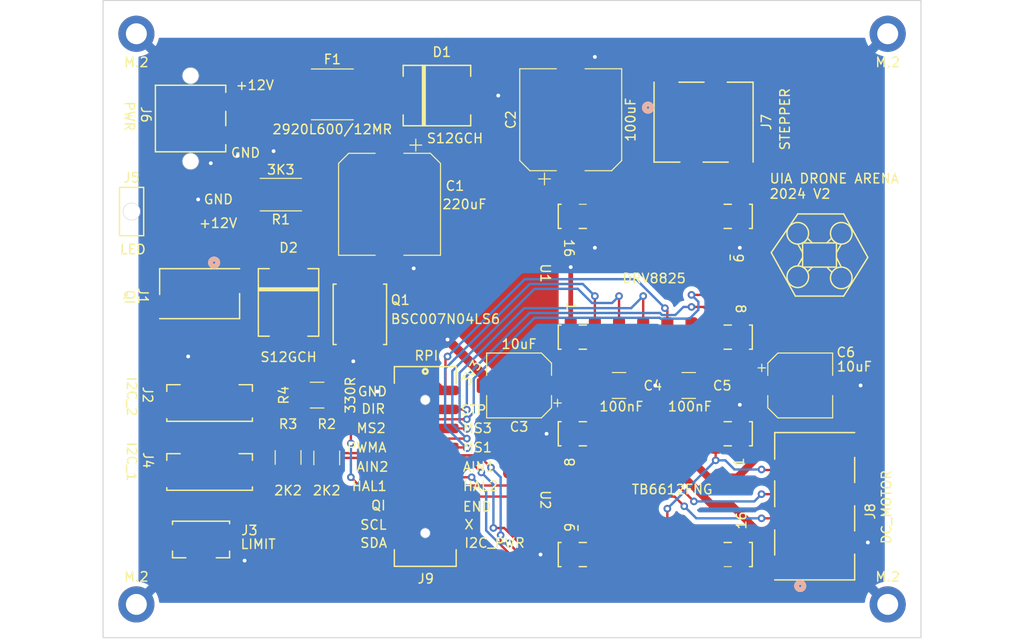
<source format=kicad_pcb>
(kicad_pcb (version 20221018) (generator pcbnew)
  (layers (0 "F.Cu" signal) (31 "B.Cu" signal) (34 "B.Paste" user) (35 "F.Paste" user) (36 "B.SilkS" user "B.Silkscreen") (37 "F.SilkS" user "F.Silkscreen") (38 "B.Mask" user) (39 "F.Mask" user) (44 "Edge.Cuts" user))
  (net 0 "")
  (net 1 "+12V")
  (net 2 "GND")
  (net 3 "+3.3V")
  (net 4 "Net-(J6-VCC)")
  (net 5 "/D")
  (net 6 "/I2C_PWR")
  (net 7 "/SCL")
  (net 8 "/SDA")
  (net 9 "Net-(J3-COM)")
  (net 10 "Net-(J5-pin_1)")
  (net 11 "Net-(J7-Pin_1)")
  (net 12 "Net-(J7-Pin_2)")
  (net 13 "Net-(J7-Pin_3)")
  (net 14 "Net-(J7-Pin_4)")
  (net 15 "Net-(J8-Pin_1)")
  (net 16 "Net-(J8-Pin_3)")
  (net 17 "Net-(J8-Pin_4)")
  (net 18 "Net-(J8-Pin_6)")
  (net 19 "Net-(J9-STEP)")
  (net 20 "Net-(J9-DIR)")
  (net 21 "Net-(J9-MS3)")
  (net 22 "Net-(J9-MS2)")
  (net 23 "Net-(J9-MS1)")
  (net 24 "Net-(J9-PWMA)")
  (net 25 "Net-(J9-AIN1)")
  (net 26 "Net-(J9-AIN2)")
  (net 27 "Net-(J9-QI)")
  (net 28 "/G")
  (footprint "2_bachelors_footprints:led_header_p2.54_2pin" (layer "F.Cu") (at 106.2275 75.6918 90)
    (fp_text reference "J5")
    (fp_text value "~")
    (fp_circle (center 0 1.27) (end 0.9 1.27) (stroke (width 0.05)) (fill none) (layer "Edge.Cuts"))
  )
  (footprint "2_bachelors_footprints:B4B-ZR-SM4-TFT" (layer "F.Cu") (at 115.7 101.25)
    (fp_text reference "J4")
    (fp_text value "~")
  )
  (footprint "Capacitor_SMD:C_1210_3225Metric_Pad1.33x2.70mm_HandSolder" (layer "F.Cu") (at 166.0775 93.98 180)
    (fp_text reference "C5")
    (fp_text value "100nF")
  )
  (footprint "Resistor_SMD:R_1210_3225Metric_Pad1.30x2.65mm_HandSolder" (layer "F.Cu") (at 127 94.996 180)
    (fp_text reference "R4")
    (fp_text value "330R")
  )
  (footprint "MountingHole:MountingHole_2.2mm_M2_DIN965_Pad" (layer "F.Cu") (at 187 57)
    (fp_text reference "M,2")
    (fp_text value "MountingHole_2.2mm_M2_DIN965_Pad")
  )
  (footprint "2_bachelors_footprints:CONN_MOLEX_18p_2.00mm" (layer "F.Cu") (at 138.375 102.5 -90)
    (fp_text reference "J9")
    (fp_text value "~")
    (fp_circle (center -7 0) (end -6.5 0) (stroke (width 0.05)) (fill none) (layer "Edge.Cuts"))
    (fp_circle (center 7 0) (end 7.5 0) (stroke (width 0.05)) (fill none) (layer "Edge.Cuts"))
  )
  (footprint "2_bachelors_footprints:B2B-ZR-SM4-TFT" (layer "F.Cu") (at 114.05 112.1 180)
    (fp_text reference "J3")
    (fp_text value "~")
  )
  (footprint "Capacitor_SMD:CP_Elec_6.3x4.5" (layer "F.Cu") (at 177.8 93.98)
    (fp_text reference "C6")
    (fp_text value "10uF")
  )
  (footprint "Resistor_SMD:R_1210_3225Metric_Pad1.30x2.65mm_HandSolder" (layer "F.Cu") (at 128.016 101.6 -90)
    (fp_text reference "R2")
    (fp_text value "2K2")
  )
  (footprint "2_bachelors_footprints:CONN_MTA_100_6" (layer "F.Cu") (at 180.7845 107.95 -90)
    (fp_text reference "J8")
    (fp_text value "~")
  )
  (footprint "Capacitor_SMD:C_1210_3225Metric_Pad1.33x2.70mm_HandSolder" (layer "F.Cu") (at 158.75 93.98)
    (fp_text reference "C4")
    (fp_text value "100nF")
  )
  (footprint "Capacitor_SMD:CP_Elec_10x10.5" (layer "F.Cu") (at 134.62 74.93 -90)
    (fp_text reference "C1")
    (fp_text value "220uF")
  )
  (footprint "Fuse:Fuse_2920_7451Metric_Pad2.10x5.45mm_HandSolder" (layer "F.Cu") (at 128.605 63.373)
    (fp_text reference "F1")
    (fp_text value "2920L600/12MR\n")
  )
  (footprint "MountingHole:MountingHole_2.2mm_M2_DIN965_Pad" (layer "F.Cu") (at 108 117)
    (fp_text reference "M.2")
    (fp_text value "MountingHole_2.2mm_M2_DIN965_Pad")
  )
  (footprint "2_bachelors_footprints:CONN_MTA_100_4" (layer "F.Cu") (at 163.83 64.77 180)
    (fp_text reference "J7")
    (fp_text value "~")
  )
  (footprint "2_bachelors_footprints:CONN_BREAKOUT_BOARDS" (layer "F.Cu") (at 162.56 111.76 180)
    (fp_text reference "U2")
    (fp_text value "~")
  )
  (footprint "2_bachelors_footprints:S12GCH" (layer "F.Cu") (at 124 85 -90)
    (fp_text reference "D2")
    (fp_text value "S12GCH")
  )
  (footprint "Resistor_SMD:R_2512_6332Metric_Pad1.40x3.35mm_HandSolder" (layer "F.Cu") (at 123.19 73.914 180)
    (fp_text reference "R1")
    (fp_text value "3K3")
  )
  (footprint "2_bachelors_footprints:CONN_BREAKOUT_BOARDS" (layer "F.Cu") (at 162.56 76.2)
    (fp_text reference "U1")
    (fp_text value "~")
  )
  (footprint "MountingHole:MountingHole_2.2mm_M2_DIN965_Pad" (layer "F.Cu") (at 187 117)
    (fp_text reference "M.2")
    (fp_text value "MountingHole_2.2mm_M2_DIN965_Pad")
  )
  (footprint "MountingHole:MountingHole_2.2mm_M2_DIN965_Pad" (layer "F.Cu") (at 108 57)
    (fp_text reference "M.2")
    (fp_text value "MountingHole_2.2mm_M2_DIN965_Pad")
  )
  (footprint "Resistor_SMD:R_1210_3225Metric_Pad1.30x2.65mm_HandSolder" (layer "F.Cu") (at 123.952 101.55 -90)
    (fp_text reference "R3")
    (fp_text value "2K2")
  )
  (footprint "Capacitor_SMD:CP_Elec_6.3x4.5" (layer "F.Cu") (at 148.24 93.98 180)
    (fp_text reference "C3")
    (fp_text value "10uF")
  )
  (footprint "2_bachelors_footprints:PG-TDSON-8-6_INF" (layer "F.Cu") (at 131.5 86.5 90)
    (fp_text reference "Q1")
    (fp_text value "BSC007N04LS6")
  )
  (footprint "2_bachelors_footprints:TERMINAL_BLOCK_5081" (layer "F.Cu") (at 117.4 65.913 -90)
    (fp_text reference "J6")
    (fp_text value "~")
    (fp_circle (center -4.5 3.7) (end -3.65 3.7) (stroke (width 0.05)) (fill none) (layer "Edge.Cuts"))
    (fp_circle (center 4.5 3.7) (end 5.35 3.7) (stroke (width 0.05)) (fill none) (layer "Edge.Cuts"))
  )
  (footprint "2_bachelors_footprints:S12GCH" (layer "F.Cu") (at 139.354 63.5)
    (fp_text reference "D1")
    (fp_text value "S12GCH")
  )
  (footprint "Capacitor_SMD:CP_Elec_10x10.5" (layer "F.Cu") (at 153.67 66.04 90)
    (fp_text reference "C2")
    (fp_text value "100uF")
  )
  (footprint "2_bachelors_footprints:B4B-ZR-SM4-TFT" (layer "F.Cu") (at 115.7 94)
    (fp_text reference "J2")
    (fp_text value "~")
  )
  (footprint "2_bachelors_footprints:CONN_MTA_100_2" (layer "F.Cu") (at 114.554 84.31826 90)
    (fp_text reference "J1")
    (fp_text value "~")
  )
  (gr_line (start 182.372 75.946) (end 184.912 80.518) (stroke (width 0.15)) (layer "F.SilkS"))
  (gr_line (start 184.912 80.518) (end 182.372 84.582) (stroke (width 0.15)) (layer "F.SilkS"))
  (gr_line (start 178.054 80.01) (end 177.546 79.113922) (stroke (width 0.15)) (layer "F.SilkS"))
  (gr_line (start 182.372 84.582) (end 177.292 84.582) (stroke (width 0.15)) (layer "F.SilkS"))
  (gr_line (start 179.07 81.534) (end 178.562 82.042) (stroke (width 0.15)) (layer "F.SilkS"))
  (gr_line (start 177.546 75.946) (end 182.372 75.946) (stroke (width 0.15)) (layer "F.SilkS"))
  (gr_line (start 180.594 81.534) (end 181.102 82.042) (stroke (width 0.15)) (layer "F.SilkS"))
  (gr_circle (center 182.118 77.978) (end 181.61 76.962) (stroke (width 0.15)) (fill none) (layer "F.SilkS"))
  (gr_circle (center 177.546 82.55) (end 178.562 82.042) (stroke (width 0.15)) (fill none) (layer "F.SilkS"))
  (gr_line (start 170.434 80.264) (end 170.434 80.772) (stroke (width 0.15)) (layer "F.SilkS"))
  (gr_line (start 180.594 78.994) (end 181.102 78.486) (stroke (width 0.15)) (layer "F.SilkS"))
  (gr_circle (center 182.118 82.669922) (end 181.61 81.653922) (stroke (width 0.15)) (fill none) (layer "F.SilkS"))
  (gr_line (start 154.432 109.22) (end 154.432 108.712) (stroke (width 0.15)) (layer "F.SilkS"))
  (gr_line (start 182.118 81.534) (end 181.61 80.518) (stroke (width 0.15)) (layer "F.SilkS"))
  (gr_line (start 179.07 78.994) (end 178.562 78.486) (stroke (width 0.15)) (layer "F.SilkS"))
  (gr_line (start 178.054 80.518) (end 177.546 81.414078) (stroke (width 0.15)) (layer "F.SilkS"))
  (gr_line (start 174.752 80.01) (end 177.546 75.946) (stroke (width 0.15)) (layer "F.SilkS"))
  (gr_rect (start 178.054 78.994) (end 181.61 81.534) (stroke (width 0.15)) (fill none) (layer "F.SilkS"))
  (gr_line (start 177.292 84.582) (end 174.752 80.01) (stroke (width 0.15)) (layer "F.SilkS"))
  (gr_line (start 181.61 80.01) (end 182.118 79.113922) (stroke (width 0.15)) (layer "F.SilkS"))
  (gr_circle (center 177.546 77.978) (end 178.562 77.47) (stroke (width 0.15)) (fill none) (layer "F.SilkS"))
  (gr_rect (start 104.5 53.5) (end 190.5 120.5) (stroke (width 0.1)) (fill none) (layer "Edge.Cuts"))
  (gr_text "LED" (at 106.172 80.264) (layer "F.SilkS") (effects (font (size 1 1)) (justify left bottom)))
  (gr_text "8" (at 170.942 85.344 -90) (layer "F.SilkS") (effects (font (size 1 1)) (justify left bottom)))
  (gr_text "UIA DRONE ARENA\n2024 V2" (at 174.498 74.422) (layer "F.SilkS") (effects (font (size 1 1)) (justify left bottom)))
  (gr_text "HAL2" (at 142.24 105.156) (layer "F.SilkS") (effects (font (size 1 1)) (justify left bottom)))
  (gr_text "MS3" (at 142.24 99.06) (layer "F.SilkS") (effects (font (size 1 1)) (justify left bottom)))
  (gr_text "GND" (at 117.856 70.104) (layer "F.SilkS") (effects (font (size 1 1)) (justify left bottom)))
  (gr_text "DIR" (at 131.572 97.028) (layer "F.SilkS") (effects (font (size 1 1)) (justify left bottom)))
  (gr_text "DRV8825" (at 159.004 83.312) (layer "F.SilkS") (effects (font (size 1 1)) (justify left bottom)))
  (gr_text "1" (at 171.958 102.616 90) (layer "F.SilkS") (effects (font (size 1 1)) (justify left bottom)))
  (gr_text "I2C_PWR" (at 142.4 111.125) (layer "F.SilkS") (effects (font (size 1 1)) (justify left bottom)))
  (gr_text "PWR" (at 106.68 64.008 -90) (layer "F.SilkS") (effects (font (size 1 1)) (justify left bottom)))
  (gr_text "LIMIT" (at 118.872 111.252) (layer "F.SilkS") (effects (font (size 1 1)) (justify left bottom)))
  (gr_text "MS1" (at 142.24 101.092) (layer "F.SilkS") (effects (font (size 1 1)) (justify left bottom)))
  (gr_text "RPI" (at 137.16 91.44) (layer "F.SilkS") (effects (font (size 1 1)) (justify left bottom)))
  (gr_text "TB6612FNG" (at 160 105.5) (layer "F.SilkS") (effects (font (size 1 1)) (justify left bottom)))
  (gr_text "STEPPER" (at 176.784 69.342 90) (layer "F.SilkS") (effects (font (size 1 1)) (justify left bottom)))
  (gr_text "AIN1" (at 142.24 103.124) (layer "F.SilkS") (effects (font (size 1 1)) (justify left bottom)))
  (gr_text "GND" (at 115 75) (layer "F.SilkS") (effects (font (size 1 1)) (justify left bottom)))
  (gr_text "16" (at 172.212 109.22 90) (layer "F.SilkS") (effects (font (size 1 1)) (justify left bottom)))
  (gr_text "16" (at 152.908 78.486 -90) (layer "F.SilkS") (effects (font (size 1 1)) (justify left bottom)))
  (gr_text "GND" (at 131.2 95.2) (layer "F.SilkS") (effects (font (size 1 1)) (justify left bottom)))
  (gr_text "I2C_2" (at 106.934 92.964 -90) (layer "F.SilkS") (effects (font (size 1 1)) (justify left bottom)))
  (gr_text "STP" (at 141.986 97.155) (layer "F.SilkS") (effects (font (size 1 1)) (justify left bottom)))
  (gr_text "X" (at 142.4 109.2) (layer "F.SilkS") (effects (font (size 1 1)) (justify left bottom)))
  (gr_text "AIN2" (at 131.064 103.124) (layer "F.SilkS") (effects (font (size 1 1)) (justify left bottom)))
  (gr_text "1" (at 153.162 85.09 -90) (layer "F.SilkS") (effects (font (size 1 1)) (justify left bottom)))
  (gr_text "SCL" (at 131.445 109.22) (layer "F.SilkS") (effects (font (size 1 1)) (justify left bottom)))
  (gr_text "8" (at 154.178 102.616 90) (layer "F.SilkS") (effects (font (size 1 1)) (justify left bottom)))
  (gr_text "QI" (at 106.68 83.82 -90) (layer "F.SilkS") (effects (font (size 1 1)) (justify left bottom)))
  (gr_text "MS2" (at 131.064 99.06) (layer "F.SilkS") (effects (font (size 1 1)) (justify left bottom)))
  (gr_text "9" (at 170.688 80.01 270) (layer "F.SilkS") (effects (font (size 1 1)) (justify left bottom)))
  (gr_text "9" (at 154.178 109.474 90) (layer "F.SilkS") (effects (font (size 1 1)) (justify left bottom)))
  (gr_text "I2C_1" (at 106.934 99.822 -90) (layer "F.SilkS") (effects (font (size 1 1)) (justify left bottom)))
  (gr_text "HAL1" (at 130.556 105.156) (layer "F.SilkS") (effects (font (size 1 1)) (justify left bottom)))
  (gr_text "3V3" (at 143.002 94.234 60) (layer "F.SilkS") (effects (font (size 1 1)) (justify left bottom)))
  (gr_text "SDA" (at 131.445 111.125) (layer "F.SilkS") (effects (font (size 1 1)) (justify left bottom)))
  (gr_text "END" (at 142.24 107.315) (layer "F.SilkS") (effects (font (size 1 1)) (justify left bottom)))
  (gr_text "DC_MOTOR" (at 187.452 110.744 90) (layer "F.SilkS") (effects (font (size 1 1)) (justify left bottom)))
  (gr_text "PWMA" (at 130.048 101.092) (layer "F.SilkS") (effects (font (size 1 1)) (justify left bottom)))
  (gr_text "+12V" (at 118.364 62.992) (layer "F.SilkS") (effects (font (size 1 1)) (justify left bottom)))
  (gr_text "QI" (at 132.588 107.188) (layer "F.SilkS") (effects (font (size 1 1)) (justify left bottom)))
  (gr_text "+12V" (at 114.5 77.5) (layer "F.SilkS") (effects (font (size 1 1)) (justify left bottom)))
  (segment (start 148.4 92.964) (end 148.4 94.996) (width 1) (layer "F.Cu") (net 1))
  (segment (start 156.972 96.266) (end 157.1875 96.0505) (width 1.2) (layer "F.Cu") (net 1))
  (segment (start 117.05548 83.09652) (end 119.38 80.772) (width 1) (layer "F.Cu") (net 1))
  (segment (start 156.845 96.393) (end 157.1875 96.0505) (width 1.2) (layer "F.Cu") (net 1))
  (segment (start 116 83) (end 118.402 83) (width 0.25) (layer "F.Cu") (net 1))
  (segment (start 132.08 63.373) (end 135.925 63.373) (width 1) (layer "F.Cu") (net 1))
  (segment (start 157.1875 93.98) (end 157.1875 92.4175) (width 1) (layer "F.Cu") (net 1))
  (segment (start 153.67 76.2) (end 151.13 78.74) (width 1) (layer "F.Cu") (net 1))
  (segment (start 157.1875 96.0505) (end 157.1875 93.98) (width 1) (layer "F.Cu") (net 1))
  (segment (start 156.21 99.06) (end 156.21 97.028) (width 1) (layer "F.Cu") (net 1))
  (segment (start 156.21 97.028) (end 155.448 96.266) (width 1.2) (layer "F.Cu") (net 1))
  (segment (start 157.1875 92.4175) (end 156.845 92.075) (width 1) (layer "F.Cu") (net 1))
  (segment (start 156.845 92.075) (end 155.575 92.075) (width 1) (layer "F.Cu") (net 1))
  (segment (start 135.925 63.373) (end 136.052 63.5) (width 0.25) (layer "F.Cu") (net 1))
  (segment (start 124 81.698) (end 126.746 81.698) (width 1) (layer "F.Cu") (net 1))
  (segment (start 153.67 76.2) (end 153.67 70.24) (width 1) (layer "F.Cu") (net 1))
  (segment (start 156.21 99.06) (end 156.21 101.854) (width 1) (layer "F.Cu") (net 1))
  (segment (start 155.448 96.266) (end 156.972 96.266) (width 1.2) (layer "F.Cu") (net 1))
  (segment (start 150.94 93.98) (end 148.4 93.98) (width 1) (layer "F.Cu") (net 1))
  (segment (start 116 83) (end 117.856 83) (width 0.25) (layer "F.Cu") (net 1))
  (segment (start 148.4 92.456) (end 148.4 93.98) (width 1) (layer "F.Cu") (net 1))
  (segment (start 156.21 97.028) (end 156.845 96.393) (width 1.2) (layer "F.Cu") (net 1))
  (segment (start 153.67 99.06) (end 151.13 99.06) (width 0.25) (layer "F.Cu") (net 2))
  (segment (start 115.824 68.326) (end 116.487 67.663) (width 1.5) (layer "F.Cu") (net 2))
  (segment (start 118.65 67.663) (end 118.65 69.818) (width 1.5) (layer "F.Cu") (net 2))
  (segment (start 118.65 67.663) (end 120.749 67.663) (width 0.25) (layer "F.Cu") (net 2))
  (segment (start 130.81 89.467501) (end 130.865 89.522501) (width 0.25) (layer "F.Cu") (net 2))
  (segment (start 129.595 90.225) (end 130.81 91.44) (width 0.85) (layer "F.Cu") (net 2))
  (segment (start 132.135 89.412501) (end 132.135 90.115) (width 0.85) (layer "F.Cu") (net 2))
  (segment (start 153.67 111.76) (end 150.495 111.76) (width 0.25) (layer "F.Cu") (net 2))
  (segment (start 153.67 88.9) (end 153.67 81.534) (width 0.5) (layer "F.Cu") (net 2))
  (segment (start 153.806 61.84) (end 153.67 61.84) (width 1) (layer "F.Cu") (net 2))
  (segment (start 144.46 93.538) (end 144.018 93.98) (width 0.25) (layer "F.Cu") (net 2))
  (segment (start 129.595 89.412501) (end 129.595 90.225) (width 0.85) (layer "F.Cu") (net 2))
  (segment (start 171.45 76.2) (end 171.45 79.502) (width 0.6) (layer "F.Cu") (net 2))
  (segment (start 144.018 93.98) (end 144.46 93.98) (width 0.25) (layer "F.Cu") (net 2))
  (segment (start 164.515 93.98) (end 162.56 93.98) (width 0.25) (layer "F.Cu") (net 2))
  (segment (start 142.952 63.5) (end 146.05 63.5) (width 1) (layer "F.Cu") (net 2))
  (segment (start 115.845 112.395) (end 115.55 112.1) (width 0.25) (layer "F.Cu") (net 2))
  (segment (start 134.738 79.248) (end 134.62 79.248) (width 1) (layer "F.Cu") (net 2))
  (segment (start 115.824 70.612) (end 115.824 68.326) (width 1.5) (layer "F.Cu") (net 2))
  (segment (start 130.865 91.385) (end 130.81 91.44) (width 0.25) (layer "F.Cu") (net 2))
  (segment (start 122.428 69.342) (end 120.749 67.663) (width 1.5) (layer "F.Cu") (net 2))
  (segment (start 180.5 93.98) (end 184.15 93.98) (width 0.25) (layer "F.Cu") (net 2))
  (segment (start 171.45 99.06) (end 171.45 96.012) (width 0.25) (layer "F.Cu") (net 2))
  (segment (start 160.3125 93.98) (end 162.56 93.98) (width 1) (layer "F.Cu") (net 2))
  (segment (start 133.465 94.5) (end 133.35 94.615) (width 0.25) (layer "F.Cu") (net 2))
  (segment (start 116.487 67.663) (end 118.65 67.663) (width 0.25) (layer "F.Cu") (net 2))
  (segment (start 134.62 79.248) (end 134.62 79.13) (width 0.25) (layer "F.Cu") (net 2))
  (segment (start 114.5 74.4218) (end 112.2975 74.4218) (width 0.8) (layer "F.Cu") (net 2))
  (segment (start 137.16 81.67) (end 134.738 79.248) (width 1) (layer "F.Cu") (net 2))
  (segment (start 130.865 89.522501) (end 130.865 91.385) (width 0.85) (layer "F.Cu") (net 2))
  (segment (start 132.135 90.115) (end 130.865 91.385) (width 0.85) (layer "F.Cu") (net 2))
  (segment (start 119.38 112.395) (end 115.845 112.395) (width 0.25) (layer "F.Cu") (net 2))
  (segment (start 113.45 90.932) (end 113.45 93.9) (width 0.25) (layer "F.Cu") (net 2))
  (segment (start 113.45 93.9) (end 113.45 101.15) (width 0.25) (layer "F.Cu") (net 2))
  (segment (start 156.21 59.436) (end 153.806 61.84) (width 1) (layer "F.Cu") (net 2))
  (segment (start 180.839999 110.49) (end 184.912 110.49) (width 0.25) (layer "F.Cu") (net 2))
  (segment (start 156.21 76.2) (end 156.21 79.502) (width 0.6) (layer "F.Cu") (net 2))
  (segment (start 136.25 94.5) (end 133.465 94.5) (width 0.25) (layer "F.Cu") (net 2))
  (segment (start 140.716 89.154) (end 145.54 93.978) (width 1) (layer "F.Cu") (net 2))
  (via (at 184.912 110.49) (size 0.8) (drill 0.4) (layers "F.Cu" "B.Cu") (net 2))
  (via (at 171.45 79.502) (size 0.8) (drill 0.4) (layers "F.Cu" "B.Cu") (net 2))
  (via (at 150.495 111.76) (size 0.8) (drill 0.4) (layers "F.Cu" "B.Cu") (net 2))
  (via (at 114.5 74.4218) (size 0.8) (drill 0.4) (layers "F.Cu" "B.Cu") (net 2))
  (via (at 153.67 81.534) (size 0.8) (drill 0.4) (layers "F.Cu" "B.Cu") (net 2))
  (via (at 133.35 94.615) (size 0.8) (drill 0.4) (layers "F.Cu" "B.Cu") (net 2))
  (via (at 146.05 63.5) (size 0.8) (drill 0.4) (layers "F.Cu" "B.Cu") (net 2))
  (via (at 118.65 69.818) (size 0.8) (drill 0.4) (layers "F.Cu" "B.Cu") (net 2))
  (via (at 171.45 96.012) (size 0.8) (drill 0.4) (layers "F.Cu" "B.Cu") (net 2))
  (via (at 140.716 89.154) (size 0.8) (drill 0.4) (layers "F.Cu" "B.Cu") (net 2))
  (via (at 115.824 70.612) (size 0.8) (drill 0.4) (layers "F.Cu" "B.Cu") (net 2))
  (via (at 156.21 59.436) (size 0.8) (drill 0.4) (layers "F.Cu" "B.Cu") (net 2))
  (via (at 156.21 79.502) (size 0.8) (drill 0.4) (layers "F.Cu" "B.Cu") (net 2))
  (via (at 184.15 93.98) (size 0.8) (drill 0.4) (layers "F.Cu" "B.Cu") (net 2))
  (via (at 122.428 69.342) (size 0.8) (drill 0.4) (layers "F.Cu" "B.Cu") (net 2))
  (via (at 162.56 93.98) (size 0.8) (drill 0.4) (layers "F.Cu" "B.Cu") (net 2))
  (via (at 151.13 99.06) (size 0.8) (drill 0.4) (layers "F.Cu" "B.Cu") (net 2))
  (via (at 137.16 81.67) (size 0.8) (drill 0.4) (layers "F.Cu" "B.Cu") (net 2))
  (via (at 119.38 112.395) (size 0.8) (drill 0.4) (layers "F.Cu" "B.Cu") (net 2))
  (via (at 130.81 91.44) (size 0.8) (drill 0.4) (layers "F.Cu" "B.Cu") (net 2))
  (via (at 113.45 90.932) (size 0.8) (drill 0.4) (layers "F.Cu" "B.Cu") (net 2))
  (segment (start 108 57) (end 110 59) (width 1) (layer "B.Cu") (net 2))
  (segment (start 187 57) (end 184 60) (width 1) (layer "B.Cu") (net 2))
  (segment (start 187 117) (end 185 115) (width 1) (layer "B.Cu") (net 2))
  (segment (start 108 117) (end 110 115) (width 1) (layer "B.Cu") (net 2))
  (segment (start 168.91 99.06) (end 168.91 97.282) (width 0.25) (layer "F.Cu") (net 3))
  (segment (start 123.952 100) (end 127.966 100) (width 0.25) (layer "F.Cu") (net 3))
  (segment (start 173.790893 102.87) (end 177.8 102.87) (width 0.25) (layer "F.Cu") (net 3))
  (segment (start 163.83 111.76) (end 163.83 106.934) (width 0.25) (layer "F.Cu") (net 3))
  (segment (start 168.91 101.854) (end 168.91 99.06) (width 0.25) (layer "F.Cu") (net 3))
  (segment (start 139.472 93.472) (end 140.5 94.5) (width 0.25) (layer "F.Cu") (net 3))
  (segment (start 128.016 100.05) (end 129.058 101.092) (width 0.25) (layer "F.Cu") (net 3))
  (segment (start 134.112 96.402305) (end 132.588 94.878305) (width 0.25) (layer "F.Cu") (net 3))
  (segment (start 166.37 91.186) (end 167.64 92.456) (width 0.25) (layer "F.Cu") (net 3))
  (segment (start 133.4629 101.092) (end 134.112 100.4429) (width 0.25) (layer "F.Cu") (net 3))
  (segment (start 132.588 94.878305) (end 132.588 94.351695) (width 0.25) (layer "F.Cu") (net 3))
  (segment (start 168.91 97.282) (end 172.212 93.98) (width 0.25) (layer "F.Cu") (net 3))
  (segment (start 129.058 101.092) (end 133.4629 101.092) (width 0.25) (layer "F.Cu") (net 3))
  (segment (start 168.91 99.06) (end 168.91 95.25) (width 0.25) (layer "F.Cu") (net 3))
  (segment (start 127.966 100) (end 128.016 100.05) (width 0.25) (layer "F.Cu") (net 3))
  (segment (start 166.37 88.9) (end 166.37 91.186) (width 0.25) (layer "F.Cu") (net 3))
  (segment (start 163.83 88.9) (end 166.37 88.9) (width 0.25) (layer "F.Cu") (net 3))
  (segment (start 163.83 86.106) (end 163.83 88.9) (width 0.25) (layer "F.Cu") (net 3))
  (segment (start 173.736 102.815107) (end 173.790893 102.87) (width 0.25) (layer "F.Cu") (net 3))
  (segment (start 134.112 100.4429) (end 134.112 96.402305) (width 0.25) (layer "F.Cu") (net 3))
  (segment (start 167.64 92.456) (end 167.64 93.98) (width 0.25) (layer "F.Cu") (net 3))
  (segment (start 132.588 94.351695) (end 133.467695 93.472) (width 0.25) (layer "F.Cu") (net 3))
  (segment (start 168.91 95.25) (end 167.64 93.98) (width 0.25) (layer "F.Cu") (net 3))
  (segment (start 140.5 94.5) (end 140.5 91.148) (width 0.25) (layer "F.Cu") (net 3))
  (segment (start 140.5 91.148) (end 140.716 90.932) (width 0.25) (layer "F.Cu") (net 3))
  (segment (start 172.212 93.98) (end 175.1 93.98) (width 0.25) (layer "F.Cu") (net 3))
  (segment (start 133.467695 93.472) (end 139.472 93.472) (width 0.25) (layer "F.Cu") (net 3))
  (segment (start 163.576 85.852) (end 163.83 86.106) (width 0.25) (layer "F.Cu") (net 3))
  (via (at 173.736 102.815107) (size 0.8) (drill 0.4) (layers "F.Cu" "B.Cu") (net 3))
  (via (at 140.716 90.932) (size 0.8) (drill 0.4) (layers "F.Cu" "B.Cu") (net 3))
  (via (at 168.91 101.854) (size 0.8) (drill 0.4) (layers "F.Cu" "B.Cu") (net 3))
  (via (at 163.576 85.852) (size 0.8) (drill 0.4) (layers "F.Cu" "B.Cu") (net 3))
  (via (at 163.83 106.934) (size 0.8) (drill 0.4) (layers "F.Cu" "B.Cu") (net 3))
  (segment (start 163.576 85.842695) (end 160.537305 82.804) (width 0.25) (layer "B.Cu") (net 3))
  (segment (start 173.736 102.815107) (end 170.887107 102.815107) (width 0.25) (layer "B.Cu") (net 3))
  (segment (start 168.91 101.854) (end 163.83 106.934) (width 0.25) (layer "B.Cu") (net 3))
  (segment (start 163.576 85.852) (end 163.576 85.842695) (width 0.25) (layer "B.Cu") (net 3))
  (segment (start 160.537305 82.804) (end 148.844 82.804) (width 0.25) (layer "B.Cu") (net 3))
  (segment (start 148.844 82.804) (end 140.716 90.932) (width 0.25) (layer "B.Cu") (net 3))
  (segment (start 169.926 101.854) (end 168.91 101.854) (width 0.25) (layer "B.Cu") (net 3))
  (segment (start 170.887107 102.815107) (end 169.926 101.854) (width 0.25) (layer "B.Cu") (net 3))
  (segment (start 118.65 64.163) (end 122.273 64.163) (width 1.5) (layer "F.Cu") (net 4))
  (segment (start 118.65 64.163) (end 120.527 66.04) (width 1.25) (layer "F.Cu") (net 4))
  (segment (start 120.527 66.04) (end 121.92 66.04) (width 1.25) (layer "F.Cu") (net 4))
  (segment (start 116.773 66.04) (end 115.316 66.04) (width 1.25) (layer "F.Cu") (net 4))
  (segment (start 122.273 64.163) (end 123.063 63.373) (width 1.25) (layer "F.Cu") (net 4))
  (segment (start 123.063 63.373) (end 125.13 63.373) (width 1.5) (layer "F.Cu") (net 4))
  (segment (start 118.65 64.163) (end 116.773 66.04) (width 1.25) (layer "F.Cu") (net 4))
  (segment (start 110.744 86.36) (end 110.744 88.138) (width 0.85) (layer "F.Cu") (net 5))
  (segment (start 131.5 85.873506) (end 131.042494 85.873506) (width 0.25) (layer "F.Cu") (net 5))
  (segment (start 111.46748 85.63652) (end 110.744 86.36) (width 1) (layer "F.Cu") (net 5))
  (segment (start 131.042494 85.873506) (end 128.27 88.646) (width 0.85) (layer "F.Cu") (net 5))
  (segment (start 129.595 83.587499) (end 129.595 82.351) (width 0.25) (layer "F.Cu") (net 5))
  (segment (start 113.1336 85.63652) (end 111.46748 85.63652) (width 0.25) (layer "F.Cu") (net 5))
  (segment (start 133.405 83.587499) (end 133.405 82.351) (width 0.25) (layer "F.Cu") (net 5))
  (segment (start 132.135 83.587499) (end 132.135 82.351) (width 0.25) (layer "F.Cu") (net 5))
  (segment (start 130.865 83.587499) (end 130.865 82.351) (width 0.25) (layer "F.Cu") (net 5))
  (segment (start 131.593506 85.873506) (end 134.874 89.154) (width 0.85) (layer "F.Cu") (net 5))
  (segment (start 131.5 85.873506) (end 131.593506 85.873506) (width 0.25) (layer "F.Cu") (net 5))
  (segment (start 133.65 104.9451) (end 133.65 102.4049) (width 0.25) (layer "F.Cu") (net 6))
  (segment (start 138.176 106.77955) (end 138.176 105.664) (width 0.25) (layer "F.Cu") (net 6))
  (segment (start 132.8451 101.6) (end 118.4 101.6) (width 0.25) (layer "F.Cu") (net 6))
  (segment (start 140.5 110.5) (end 141.875 110.5) (width 0.25) (layer "F.Cu") (net 6))
  (segment (start 142.24 108.0449) (end 141.5201 107.325) (width 0.25) (layer "F.Cu") (net 6))
  (segment (start 137.837 105.325) (end 134.0299 105.325) (width 0.25) (layer "F.Cu") (net 6))
  (segment (start 138.72145 107.325) (end 138.176 106.77955) (width 0.25) (layer "F.Cu") (net 6))
  (segment (start 134.0299 105.325) (end 133.65 104.9451) (width 0.25) (layer "F.Cu") (net 6))
  (segment (start 117.95 93.9) (end 117.95 101.15) (width 0.25) (layer "F.Cu") (net 6))
  (segment (start 142.24 110.135) (end 142.24 108.0449) (width 0.25) (layer "F.Cu") (net 6))
  (segment (start 138.176 105.664) (end 137.837 105.325) (width 0.25) (layer "F.Cu") (net 6))
  (segment (start 141.875 110.5) (end 142.24 110.135) (width 0.25) (layer "F.Cu") (net 6))
  (segment (start 118.4 101.6) (end 117.95 101.15) (width 0.25) (layer "F.Cu") (net 6))
  (segment (start 141.5201 107.325) (end 138.72145 107.325) (width 0.25) (layer "F.Cu") (net 6))
  (segment (start 133.65 102.4049) (end 132.8451 101.6) (width 0.25) (layer "F.Cu") (net 6))
  (segment (start 120.745975 104.725) (end 121.838975 103.632) (width 0.25) (layer "F.Cu") (net 7))
  (segment (start 122.6489 102.108) (end 126.974 102.108) (width 0.25) (layer "F.Cu") (net 7))
  (segment (start 121.838975 103.632) (end 121.838975 102.917925) (width 0.25) (layer "F.Cu") (net 7))
  (segment (start 118.441 104.725) (end 120.745975 104.725) (width 0.25) (layer "F.Cu") (net 7))
  (segment (start 121.838975 102.917925) (end 122.6489 102.108) (width 0.25) (layer "F.Cu") (net 7))
  (segment (start 116.45 101.15) (end 116.45 102.734) (width 0.25) (layer "F.Cu") (net 7))
  (segment (start 136.25 108.5) (end 133.366 108.5) (width 0.25) (layer "F.Cu") (net 7))
  (segment (start 126.974 102.108) (end 128.016 103.15) (width 0.25) (layer "F.Cu") (net 7))
  (segment (start 116.45 101.15) (end 116.45 93.9) (width 0.25) (layer "F.Cu") (net 7))
  (segment (start 133.366 108.5) (end 128.016 103.15) (width 0.25) (layer "F.Cu") (net 7))
  (segment (start 116.45 102.734) (end 118.441 104.725) (width 0.25) (layer "F.Cu") (net 7))
  (segment (start 123.952 103.1) (end 123.952 103.149159) (width 0.25) (layer "F.Cu") (net 8))
  (segment (start 117.614 105.664) (end 114.95 103) (width 0.25) (layer "F.Cu") (net 8))
  (segment (start 114.95 93.9) (end 114.95 101.15) (width 0.25) (layer "F.Cu") (net 8))
  (segment (start 131.352 110.5) (end 123.952 103.1) (width 0.25) (layer "F.Cu") (net 8))
  (segment (start 123.952 103.149159) (end 121.437159 105.664) (width 0.25) (layer "F.Cu") (net 8))
  (segment (start 136.25 110.5) (end 131.352 110.5) (width 0.25) (layer "F.Cu") (net 8))
  (segment (start 121.437159 105.664) (end 117.614 105.664) (width 0.25) (layer "F.Cu") (net 8))
  (segment (start 114.95 103) (end 114.95 101.15) (width 0.25) (layer "F.Cu") (net 8))
  (segment (start 140.5 106.5) (end 141.875 106.5) (width 0.25) (layer "F.Cu") (net 9))
  (segment (start 115.163044 114.275) (end 114.05 113.161956) (width 0.25) (layer "F.Cu") (net 9))
  (segment (start 141.875 106.5) (end 142.748 107.373) (width 0.25) (layer "F.Cu") (net 9))
  (segment (start 142.748 110.744) (end 139.217 114.275) (width 0.25) (layer "F.Cu") (net 9))
  (segment (start 114.05 113.161956) (end 114.05 112.1) (width 0.25) (layer "F.Cu") (net 9))
  (segment (start 139.217 114.275) (end 115.163044 114.275) (width 0.25) (layer "F.Cu") (net 9))
  (segment (start 142.748 107.373) (end 142.748 110.744) (width 0.25) (layer "F.Cu") (net 9))
  (segment (start 116.84 76.9618) (end 119.8878 73.914) (width 0.8) (layer "F.Cu") (net 10))
  (segment (start 116.84 76.9618) (end 112.2975 76.9618) (width 0.8) (layer "F.Cu") (net 10))
  (segment (start 119.8878 73.914) (end 120.14 73.914) (width 0.8) (layer "F.Cu") (net 10))
  (segment (start 158.75 73.914) (end 158.75 76.2) (width 0.8) (layer "F.Cu") (net 11))
  (segment (start 163.83 68.834) (end 158.75 73.914) (width 0.8) (layer "F.Cu") (net 11))
  (segment (start 163.83 64.77) (end 163.83 68.834) (width 0.8) (layer "F.Cu") (net 11))
  (segment (start 166.37 69.342) (end 161.29 74.422) (width 0.8) (layer "F.Cu") (net 12))
  (segment (start 166.37 67.809999) (end 166.37 69.342) (width 0.8) (layer "F.Cu") (net 12))
  (segment (start 161.29 74.422) (end 161.29 76.2) (width 0.8) (layer "F.Cu") (net 12))
  (segment (start 163.83 74.93) (end 163.83 76.2) (width 0.25) (layer "F.Cu") (net 13))
  (segment (start 168.91 70.866) (end 168.148 71.628) (width 0.8) (layer "F.Cu") (net 13))
  (segment (start 168.148 71.628) (end 167.132 71.628) (width 0.8) (layer "F.Cu") (net 13))
  (segment (start 167.132 71.628) (end 163.83 74.93) (width 0.8) (layer "F.Cu") (net 13))
  (segment (start 168.91 64.77) (end 168.91 70.866) (width 0.8) (layer "F.Cu") (net 13))
  (segment (start 168.203499 73.152) (end 166.37 74.985499) (width 0.8) (layer "F.Cu") (net 14))
  (segment (start 166.37 74.985499) (end 166.37 76.2) (width 0.25) (layer "F.Cu") (net 14))
  (segment (start 169.672 73.152) (end 168.203499 73.152) (width 0.8) (layer "F.Cu") (net 14))
  (segment (start 171.45 71.374) (end 169.672 73.152) (width 0.8) (layer "F.Cu") (net 14))
  (segment (start 171.45 67.809999) (end 171.45 69.905499) (width 0.25) (layer "F.Cu") (net 14))
  (segment (start 171.45 69.905499) (end 171.45 71.374) (width 0.8) (layer "F.Cu") (net 14))
  (segment (start 163.83 99.06) (end 163.83 101.854) (width 0.8) (layer "F.Cu") (net 15))
  (segment (start 163.83 101.854) (end 168.656 106.68) (width 0.8) (layer "F.Cu") (net 15))
  (segment (start 168.656 106.68) (end 170.688 106.68) (width 0.8) (layer "F.Cu") (net 15))
  (segment (start 170.688 106.68) (end 177.038 113.03) (width 0.8) (layer "F.Cu") (net 15))
  (segment (start 177.038 113.03) (end 177.8 113.03) (width 0.8) (layer "F.Cu") (net 15))
  (segment (start 139.192 105.664) (end 164.592 105.664) (width 0.25) (layer "F.Cu") (net 16))
  (segment (start 138.028 104.5) (end 139.192 105.664) (width 0.25) (layer "F.Cu") (net 16))
  (segment (start 136.25 104.5) (end 138.028 104.5) (width 0.25) (layer "F.Cu") (net 16))
  (segment (start 173.736 107.95) (end 177.8 107.95) (width 0.25) (layer "F.Cu") (net 16))
  (segment (start 164.592 105.664) (end 165.608 106.68) (width 0.25) (layer "F.Cu") (net 16))
  (via (at 165.608 106.68) (size 0.8) (drill 0.4) (layers "F.Cu" "B.Cu") (net 16))
  (via (at 173.736 107.95) (size 0.8) (drill 0.4) (layers "F.Cu" "B.Cu") (net 16))
  (segment (start 173.736 107.95) (end 166.878 107.95) (width 0.25) (layer "B.Cu") (net 16))
  (segment (start 166.878 107.95) (end 165.608 106.68) (width 0.25) (layer "B.Cu") (net 16))
  (segment (start 140.5 104.5) (end 140.648 104.648) (width 0.25) (layer "F.Cu") (net 17))
  (segment (start 173.736 105.41) (end 180.839999 105.41) (width 0.25) (layer "F.Cu") (net 17))
  (segment (start 166.624 106.172) (end 164.952 104.5) (width 0.25) (layer "F.Cu") (net 17))
  (segment (start 180.077999 104.648) (end 180.839999 105.41) (width 0.25) (layer "F.Cu") (net 17))
  (segment (start 164.952 104.5) (end 140.5 104.5) (width 0.25) (layer "F.Cu") (net 17))
  (via (at 173.736 105.41) (size 0.8) (drill 0.4) (layers "F.Cu" "B.Cu") (net 17))
  (via (at 166.624 106.172) (size 0.8) (drill 0.4) (layers "F.Cu" "B.Cu") (net 17))
  (segment (start 173.736 105.41) (end 172.974 106.172) (width 0.25) (layer "B.Cu") (net 17))
  (segment (start 172.974 106.172) (end 166.624 106.172) (width 0.25) (layer "B.Cu") (net 17))
  (segment (start 180.839999 100.33) (end 174.498 100.33) (width 0.8) (layer "F.Cu") (net 18))
  (segment (start 171.196 103.632) (end 168.148 103.632) (width 0.8) (layer "F.Cu") (net 18))
  (segment (start 168.148 103.632) (end 166.37 101.854) (width 0.8) (layer "F.Cu") (net 18))
  (segment (start 174.498 100.33) (end 171.196 103.632) (width 0.8) (layer "F.Cu") (net 18))
  (segment (start 166.37 101.854) (end 166.37 99.06) (width 0.8) (layer "F.Cu") (net 18))
  (segment (start 142.728 96.5) (end 140.5 96.5) (width 0.25) (layer "F.Cu") (net 19))
  (segment (start 168.91 86.995) (end 167.64 85.725) (width 0.25) (layer "F.Cu") (net 19))
  (segment (start 167.64 85.725) (end 166.37 85.725) (width 0.25) (layer "F.Cu") (net 19))
  (segment (start 142.748 96.52) (end 142.728 96.5) (width 0.25) (layer "F.Cu") (net 19))
  (segment (start 168.91 88.9) (end 168.91 86.995) (width 0.25) (layer "F.Cu") (net 19))
  (via (at 166.37 85.725) (size 0.8) (drill 0.4) (layers "F.Cu" "B.Cu") (net 19))
  (via (at 142.748 96.52) (size 0.8) (drill 0.4) (layers "F.Cu" "B.Cu") (net 19))
  (segment (start 164.666 86.577) (end 163.275695 86.577) (width 0.25) (layer "B.Cu") (net 19))
  (segment (start 149.352 86.36) (end 142.748 92.964) (width 0.25) (layer "B.Cu") (net 19))
  (segment (start 165.518 85.725) (end 164.666 86.577) (width 0.25) (layer "B.Cu") (net 19))
  (segment (start 163.275695 86.577) (end 163.058695 86.36) (width 0.25) (layer "B.Cu") (net 19))
  (segment (start 166.37 85.725) (end 165.518 85.725) (width 0.25) (layer "B.Cu") (net 19))
  (segment (start 163.058695 86.36) (end 149.352 86.36) (width 0.25) (layer "B.Cu") (net 19))
  (segment (start 142.748 92.964) (end 142.748 96.52) (width 0.25) (layer "B.Cu") (net 19))
  (segment (start 169.105 84.455) (end 166.37 84.455) (width 0.25) (layer "F.Cu") (net 20))
  (segment (start 142.748 97.536) (end 137.286 97.536) (width 0.25) (layer "F.Cu") (net 20))
  (segment (start 171.45 86.8) (end 169.105 84.455) (width 0.25) (layer "F.Cu") (net 20))
  (segment (start 171.45 88.9) (end 171.45 86.8) (width 0.25) (layer "F.Cu") (net 20))
  (segment (start 137.286 97.536) (end 136.25 96.5) (width 0.25) (layer "F.Cu") (net 20))
  (via (at 142.748 97.536) (size 0.8) (drill 0.4) (layers "F.Cu" "B.Cu") (net 20))
  (via (at 166.37 84.455) (size 0.8) (drill 0.4) (layers "F.Cu" "B.Cu") (net 20))
  (segment (start 143.473 93.255) (end 143.473 96.820305) (width 0.25) (layer "B.Cu") (net 20))
  (segment (start 142.757305 97.536) (end 142.748 97.536) (width 0.25) (layer "B.Cu") (net 20))
  (segment (start 149.86 86.868) (end 143.473 93.255) (width 0.25) (layer "B.Cu") (net 20))
  (segment (start 143.473 96.820305) (end 142.757305 97.536) (width 0.25) (layer "B.Cu") (net 20))
  (segment (start 167.095 86.025305) (end 166.166305 86.954) (width 0.25) (layer "B.Cu") (net 20))
  (segment (start 166.37 84.455) (end 167.095 85.18) (width 0.25) (layer "B.Cu") (net 20))
  (segment (start 167.095 85.18) (end 167.095 86.025305) (width 0.25) (layer "B.Cu") (net 20))
  (segment (start 163.119536 86.954) (end 163.033536 86.868) (width 0.25) (layer "B.Cu") (net 20))
  (segment (start 163.033536 86.868) (end 149.86 86.868) (width 0.25) (layer "B.Cu") (net 20))
  (segment (start 166.166305 86.954) (end 163.119536 86.954) (width 0.25) (layer "B.Cu") (net 20))
  (segment (start 142.696 98.5) (end 140.5 98.5) (width 0.25) (layer "F.Cu") (net 21))
  (segment (start 161.29 84.582) (end 161.29 88.9) (width 0.25) (layer "F.Cu") (net 21))
  (segment (start 142.748 98.552) (end 142.696 98.5) (width 0.25) (layer "F.Cu") (net 21))
  (via (at 142.748 98.552) (size 0.8) (drill 0.4) (layers "F.Cu" "B.Cu") (net 21))
  (via (at 161.29 84.582) (size 0.8) (drill 0.4) (layers "F.Cu" "B.Cu") (net 21))
  (segment (start 142.748 98.552) (end 142.738695 98.552) (width 0.25) (layer "B.Cu") (net 21))
  (segment (start 160.02 85.852) (end 161.29 84.582) (width 0.25) (layer "B.Cu") (net 21))
  (segment (start 141.986 92.6465) (end 148.7805 85.852) (width 0.25) (layer "B.Cu") (net 21))
  (segment (start 141.986 97.799305) (end 141.986 92.6465) (width 0.25) (layer "B.Cu") (net 21))
  (segment (start 148.7805 85.852) (end 160.02 85.852) (width 0.25) (layer "B.Cu") (net 21))
  (segment (start 142.738695 98.552) (end 141.986 97.799305) (width 0.25) (layer "B.Cu") (net 21))
  (segment (start 142.748 99.568) (end 137.318 99.568) (width 0.25) (layer "F.Cu") (net 22))
  (segment (start 158.75 84.582) (end 158.75 88.9) (width 0.25) (layer "F.Cu") (net 22))
  (segment (start 137.318 99.568) (end 136.25 98.5) (width 0.25) (layer "F.Cu") (net 22))
  (via (at 158.75 84.582) (size 0.8) (drill 0.4) (layers "F.Cu" "B.Cu") (net 22))
  (via (at 142.748 99.568) (size 0.8) (drill 0.4) (layers "F.Cu" "B.Cu") (net 22))
  (segment (start 158.025 85.307) (end 158.75 84.582) (width 0.25) (layer "B.Cu") (net 22))
  (segment (start 154.422695 83.82) (end 155.909695 85.307) (width 0.25) (layer "B.Cu") (net 22))
  (segment (start 141.224 98.053305) (end 141.224 92.456) (width 0.25) (layer "B.Cu") (net 22))
  (segment (start 149.86 83.82) (end 154.422695 83.82) (width 0.25) (layer "B.Cu") (net 22))
  (segment (start 142.738695 99.568) (end 141.224 98.053305) (width 0.25) (layer "B.Cu") (net 22))
  (segment (start 155.909695 85.307) (end 158.025 85.307) (width 0.25) (layer "B.Cu") (net 22))
  (segment (start 141.224 92.456) (end 149.86 83.82) (width 0.25) (layer "B.Cu") (net 22))
  (segment (start 142.748 99.568) (end 142.738695 99.568) (width 0.25) (layer "B.Cu") (net 22))
  (segment (start 142.664 100.5) (end 140.5 100.5) (width 0.25) (layer "F.Cu") (net 23))
  (segment (start 142.748 100.584) (end 142.664 100.5) (width 0.25) (layer "F.Cu") (net 23))
  (segment (start 156.21 84.582) (end 156.21 88.9) (width 0.25) (layer "F.Cu") (net 23))
  (via (at 142.748 100.584) (size 0.8) (drill 0.4) (layers "F.Cu" "B.Cu") (net 23))
  (via (at 156.21 84.582) (size 0.8) (drill 0.4) (layers "F.Cu" "B.Cu") (net 23))
  (segment (start 141.441 91.232305) (end 141.441 91.227653) (width 0.25) (layer "B.Cu") (net 23))
  (segment (start 142.748 100.584) (end 142.738695 100.584) (width 0.25) (layer "B.Cu") (net 23))
  (segment (start 149.356653 83.312) (end 154.94 83.312) (width 0.25) (layer "B.Cu") (net 23))
  (segment (start 140.462 92.206653) (end 141.011653 91.657) (width 0.25) (layer "B.Cu") (net 23))
  (segment (start 154.94 83.312) (end 156.21 84.582) (width 0.25) (layer "B.Cu") (net 23))
  (segment (start 141.016305 91.657) (end 141.441 91.232305) (width 0.25) (layer "B.Cu") (net 23))
  (segment (start 140.462 98.307305) (end 140.462 92.206653) (width 0.25) (layer "B.Cu") (net 23))
  (segment (start 141.441 91.227653) (end 149.356653 83.312) (width 0.25) (layer "B.Cu") (net 23))
  (segment (start 142.738695 100.584) (end 140.462 98.307305) (width 0.25) (layer "B.Cu") (net 23))
  (segment (start 141.011653 91.657) (end 141.016305 91.657) (width 0.25) (layer "B.Cu") (net 23))
  (segment (start 146.304 109.728) (end 146.304 110.744) (width 0.25) (layer "F.Cu") (net 24))
  (segment (start 143.997 101.325) (end 137.075 101.325) (width 0.25) (layer "F.Cu") (net 24))
  (segment (start 145.288 102.616) (end 143.997 101.325) (width 0.25) (layer "F.Cu") (net 24))
  (segment (start 150.876 115.316) (end 169.994 115.316) (width 0.25) (layer "F.Cu") (net 24))
  (segment (start 146.304 110.744) (end 150.876 115.316) (width 0.25) (layer "F.Cu") (net 24))
  (segment (start 171.45 113.86) (end 171.45 111.76) (width 0.25) (layer "F.Cu") (net 24))
  (segment (start 169.994 115.316) (end 171.45 113.86) (width 0.25) (layer "F.Cu") (net 24))
  (segment (start 137.075 101.325) (end 136.25 100.5) (width 0.25) (layer "F.Cu") (net 24))
  (via (at 146.304 109.728) (size 0.8) (drill 0.4) (layers "F.Cu" "B.Cu") (net 24))
  (via (at 145.288 102.616) (size 0.8) (drill 0.4) (layers "F.Cu" "B.Cu") (net 24))
  (segment (start 146.304 103.632) (end 145.288 102.616) (width 0.25) (layer "B.Cu") (net 24))
  (segment (start 146.304 109.728) (end 146.304 103.632) (width 0.25) (layer "B.Cu") (net 24))
  (segment (start 145.542001 108.965999) (end 146.672999 108.965999) (width 0.25) (layer "F.Cu") (net 25))
  (segment (start 166.37 113.86) (end 166.045 114.185) (width 0.25) (layer "F.Cu") (net 25))
  (segment (start 143.648 102.5) (end 140.5 102.5) (width 0.25) (layer "F.Cu") (net 25))
  (segment (start 144.272 103.124) (end 143.648 102.5) (width 0.25) (layer "F.Cu") (net 25))
  (segment (start 166.37 111.76) (end 166.37 113.86) (width 0.25) (layer "F.Cu") (net 25))
  (segment (start 146.672999 108.965999) (end 151.892 114.185) (width 0.25) (layer "F.Cu") (net 25))
  (segment (start 166.045 114.185) (end 151.892 114.185) (width 0.25) (layer "F.Cu") (net 25))
  (via (at 144.272 103.124) (size 0.8) (drill 0.4) (layers "F.Cu" "B.Cu") (net 25))
  (via (at 145.542001 108.965999) (size 0.8) (drill 0.4) (layers "F.Cu" "B.Cu") (net 25))
  (segment (start 145.542001 104.394001) (end 144.272 103.124) (width 0.25) (layer "B.Cu") (net 25))
  (segment (start 145.542001 108.965999) (end 145.542001 104.394001) (width 0.25) (layer "B.Cu") (net 25))
  (segment (start 137.382 103.632) (end 136.25 102.5) (width 0.25) (layer "F.Cu") (net 26))
  (segment (start 151.384 114.808) (end 167.962 114.808) (width 0.25) (layer "F.Cu") (net 26))
  (segment (start 147.176826 110.600826) (end 151.384 114.808) (width 0.25) (layer "F.Cu") (net 26))
  (segment (start 143.256 103.632) (end 137.382 103.632) (width 0.25) (layer "F.Cu") (net 26))
  (segment (start 147.176826 110.59152) (end 147.176826 110.600826) (width 0.25) (layer "F.Cu") (net 26))
  (segment (start 167.962 114.808) (end 168.91 113.86) (width 0.25) (layer "F.Cu") (net 26))
  (segment (start 168.91 113.86) (end 168.91 111.76) (width 0.25) (layer "F.Cu") (net 26))
  (via (at 143.256 103.632) (size 0.8) (drill 0.4) (layers "F.Cu" "B.Cu") (net 26))
  (via (at 147.176826 110.59152) (size 0.8) (drill 0.4) (layers "F.Cu" "B.Cu") (net 26))
  (segment (start 144.78 109.229304) (end 144.78 105.156) (width 0.25) (layer "B.Cu") (net 26))
  (segment (start 144.78 105.156) (end 143.256 103.632) (width 0.25) (layer "B.Cu") (net 26))
  (segment (start 147.176826 110.59152) (end 146.142216 110.59152) (width 0.25) (layer "B.Cu") (net 26))
  (segment (start 146.142216 110.59152) (end 144.78 109.229304) (width 0.25) (layer "B.Cu") (net 26))
  (segment (start 130.556 97.002) (end 128.55 94.996) (width 0.25) (layer "F.Cu") (net 27))
  (segment (start 133.464 106.5) (end 136.25 106.5) (width 0.25) (layer "F.Cu") (net 27))
  (segment (start 130.556 100.076) (end 130.556 97.002) (width 0.25) (layer "F.Cu") (net 27))
  (segment (start 131.572 104.608) (end 133.464 106.5) (width 0.25) (layer "F.Cu") (net 27))
  (segment (start 130.556 103.632) (end 131.532 104.608) (width 0.25) (layer "F.Cu") (net 27))
  (segment (start 131.532 104.608) (end 131.572 104.608) (width 0.25) (layer "F.Cu") (net 27))
  (via (at 130.556 103.632) (size 0.8) (drill 0.4) (layers "F.Cu" "B.Cu") (net 27))
  (via (at 130.556 100.076) (size 0.8) (drill 0.4) (layers "F.Cu" "B.Cu") (net 27))
  (segment (start 130.556 103.632) (end 130.556 100.076) (width 0.25) (layer "B.Cu") (net 27))
  (segment (start 131.627 92.401) (end 133.405 90.623) (width 0.25) (layer "F.Cu") (net 28))
  (segment (start 125.45 94.996) (end 128.045 92.401) (width 0.25) (layer "F.Cu") (net 28))
  (segment (start 128.045 92.401) (end 131.627 92.401) (width 0.25) (layer "F.Cu") (net 28))
  (segment (start 133.405 90.623) (end 133.405 89.412501) (width 0.25) (layer "F.Cu") (net 28))
  (zone (net 5) (net_name "/D") (layer "F.Cu") (priority 2) (connect_pads (clearance 0.5)) (min_thickness 0.85) (fill yes (thermal_gap 0.5) (thermal_bridge_width 0.85))
    (polygon (pts (xy 136.070606 90.932) (xy 136.070606 81.788) (xy 128.016 81.788) (xy 125.73 84.836) (xy 117.528606 84.836) (xy 110.236 84.836) (xy 110.236 88.9) (xy 116.332 90.932)))
  )
  (zone (net 1) (net_name "+12V") (layer "F.Cu") (priority 1) (connect_pads (clearance 0.5)) (min_thickness 1) (fill yes (thermal_gap 0.5) (thermal_bridge_width 1))
    (polygon (pts (xy 109.474 84.582) (xy 109.474 77.978) (xy 118.11 77.978) (xy 120.904 75.946) (xy 120.904 58.674) (xy 151.892 58.674) (xy 151.892 64.77) (xy 159.004 64.77) (xy 159.004 77.47) (xy 152.4 77.47) (xy 152.4 89.662) (xy 157.988 89.662) (xy 157.988 103.759) (xy 146.558 103.759) (xy 146.558 93.472) (xy 137.668 84.582)))
  )
  (zone (net 4) (net_name "Net-(J6-VCC)") (layer "F.Cu") (priority 3) (connect_pads (clearance 0.5)) (min_thickness 1.25) (fill yes (thermal_gap 0.5) (thermal_bridge_width 1.25))
    (polygon (pts (xy 128.524 68.58) (xy 128.524 58.42) (xy 113.665 58.42) (xy 113.665 68.58)))
  )
  (zone (net 2) (net_name "GND") (layer "B.Cu") (connect_pads (clearance 0.5)) (min_thickness 0.25) (fill yes (thermal_gap 0.5) (thermal_bridge_width 0.5))
    (polygon (pts (xy 186.69 116.84) (xy 186.69 57.42) (xy 108.22 57.42) (xy 108.22 116.84)))
  )
)
</source>
